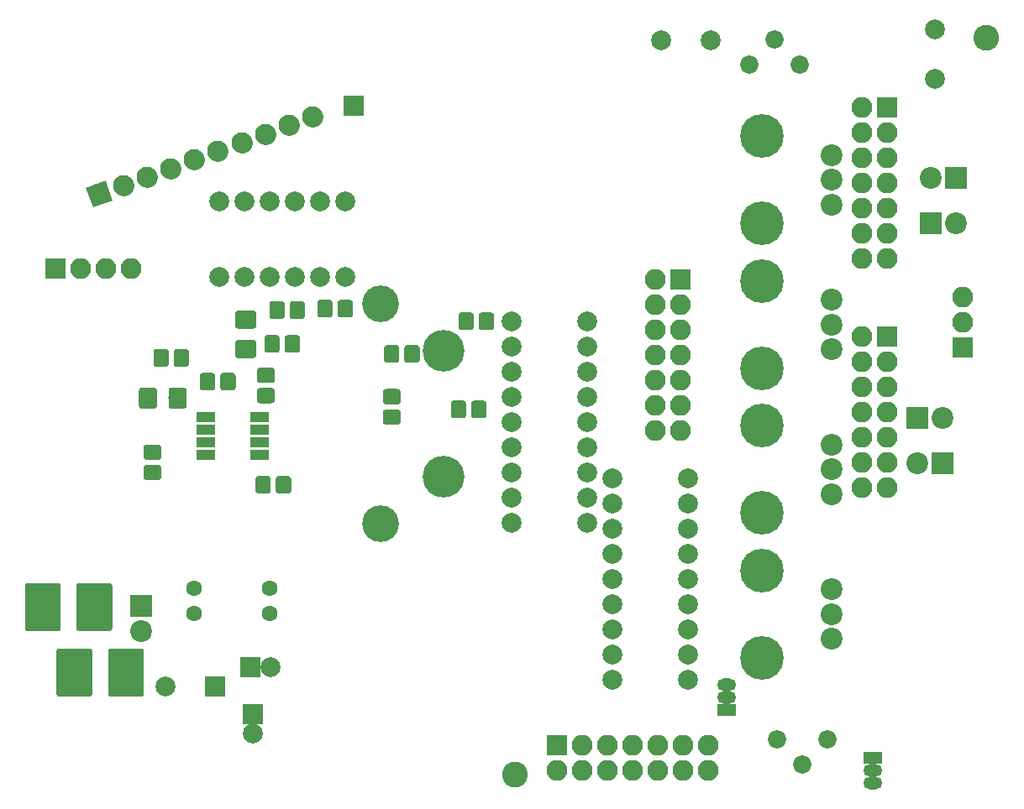
<source format=gbr>
G04 #@! TF.GenerationSoftware,KiCad,Pcbnew,(5.0.0)*
G04 #@! TF.CreationDate,2018-10-11T16:46:39-05:00*
G04 #@! TF.ProjectId,FinalDistCircuit,46696E616C4469737443697263756974,rev?*
G04 #@! TF.SameCoordinates,Original*
G04 #@! TF.FileFunction,Soldermask,Top*
G04 #@! TF.FilePolarity,Negative*
%FSLAX46Y46*%
G04 Gerber Fmt 4.6, Leading zero omitted, Abs format (unit mm)*
G04 Created by KiCad (PCBNEW (5.0.0)) date 10/11/18 16:46:39*
%MOMM*%
%LPD*%
G01*
G04 APERTURE LIST*
%ADD10C,2.600000*%
%ADD11O,2.100000X2.100000*%
%ADD12R,2.100000X2.100000*%
%ADD13C,4.400000*%
%ADD14C,2.200000*%
%ADD15R,2.000000X2.000000*%
%ADD16C,2.000000*%
%ADD17C,4.210000*%
%ADD18C,3.702000*%
%ADD19C,2.100000*%
%ADD20C,2.100000*%
%ADD21C,0.100000*%
%ADD22C,1.840000*%
%ADD23C,1.825000*%
%ADD24C,3.600000*%
%ADD25C,1.550000*%
%ADD26R,2.200000X2.200000*%
%ADD27O,1.900000X1.300000*%
%ADD28R,1.900000X1.300000*%
%ADD29C,1.600000*%
%ADD30R,1.950000X1.000000*%
G04 APERTURE END LIST*
D10*
G04 #@! TO.C,REF\002A\002A*
X204851000Y-101981000D03*
G04 #@! TD*
D11*
G04 #@! TO.C,NeckTonePot1*
X239776000Y-49911000D03*
X242316000Y-49911000D03*
X239776000Y-47371000D03*
X242316000Y-47371000D03*
X239776000Y-44831000D03*
X242316000Y-44831000D03*
X239776000Y-42291000D03*
X242316000Y-42291000D03*
X239776000Y-39751000D03*
X242316000Y-39751000D03*
X239776000Y-37211000D03*
X242316000Y-37211000D03*
X239776000Y-34671000D03*
D12*
X242316000Y-34671000D03*
G04 #@! TD*
D13*
G04 #@! TO.C,BASS*
X229728000Y-81412000D03*
X229728000Y-90212000D03*
D14*
X236728000Y-83312000D03*
X236728000Y-85812000D03*
X236728000Y-88312000D03*
G04 #@! TD*
D15*
G04 #@! TO.C,C10*
X174625000Y-93091000D03*
D16*
X169625000Y-93091000D03*
G04 #@! TD*
D17*
G04 #@! TO.C,9V1*
X197612000Y-71945500D03*
X197612001Y-59245499D03*
D18*
X191262001Y-54483000D03*
X191262000Y-76708000D03*
G04 #@! TD*
D11*
G04 #@! TO.C,Jack1*
X249936000Y-53848000D03*
X249936000Y-56388000D03*
D12*
X249936000Y-58928000D03*
G04 #@! TD*
D19*
G04 #@! TO.C,PickupInputs1*
X184422373Y-35615420D03*
D20*
X184422373Y-35615420D02*
X184422373Y-35615420D01*
D19*
X182035554Y-36484151D03*
D20*
X182035554Y-36484151D02*
X182035554Y-36484151D01*
D19*
X179648735Y-37352882D03*
D20*
X179648735Y-37352882D02*
X179648735Y-37352882D01*
D19*
X177261916Y-38221613D03*
D20*
X177261916Y-38221613D02*
X177261916Y-38221613D01*
D19*
X174875096Y-39090344D03*
D20*
X174875096Y-39090344D02*
X174875096Y-39090344D01*
D19*
X172488277Y-39959075D03*
D20*
X172488277Y-39959075D02*
X172488277Y-39959075D01*
D19*
X170101458Y-40827807D03*
D20*
X170101458Y-40827807D02*
X170101458Y-40827807D01*
D19*
X167714639Y-41696538D03*
D20*
X167714639Y-41696538D02*
X167714639Y-41696538D01*
D19*
X165327819Y-42565269D03*
D20*
X165327819Y-42565269D02*
X165327819Y-42565269D01*
D19*
X162941000Y-43434000D03*
D21*
G36*
X164286798Y-44061556D02*
X162313444Y-44779798D01*
X161595202Y-42806444D01*
X163568556Y-42088202D01*
X164286798Y-44061556D01*
X164286798Y-44061556D01*
G37*
G04 #@! TD*
D12*
G04 #@! TO.C,BridgeTonePot1*
X242316000Y-57785000D03*
D11*
X239776000Y-57785000D03*
X242316000Y-60325000D03*
X239776000Y-60325000D03*
X242316000Y-62865000D03*
X239776000Y-62865000D03*
X242316000Y-65405000D03*
X239776000Y-65405000D03*
X242316000Y-67945000D03*
X239776000Y-67945000D03*
X242316000Y-70485000D03*
X239776000Y-70485000D03*
X242316000Y-73025000D03*
X239776000Y-73025000D03*
G04 #@! TD*
D16*
G04 #@! TO.C,6pdt2*
X222250000Y-92456000D03*
X214630000Y-92456000D03*
X222250000Y-89916000D03*
X214630000Y-89916000D03*
X222250000Y-87376000D03*
X214630000Y-87376000D03*
X222250000Y-84836000D03*
X214630000Y-84836000D03*
X222250000Y-82296000D03*
X214630000Y-82296000D03*
X222250000Y-79756000D03*
X214630000Y-79756000D03*
X222250000Y-77216000D03*
X214630000Y-77216000D03*
X222250000Y-74676000D03*
X214630000Y-74676000D03*
X222250000Y-72136000D03*
X214630000Y-72136000D03*
G04 #@! TD*
D22*
G04 #@! TO.C,TRANGAIN1*
X236347000Y-98425000D03*
X233807000Y-100965000D03*
X231267000Y-98425000D03*
G04 #@! TD*
D11*
G04 #@! TO.C,3WaySwitch1*
X166116000Y-50927000D03*
X163576000Y-50927000D03*
X161036000Y-50927000D03*
D12*
X158496000Y-50927000D03*
G04 #@! TD*
D16*
G04 #@! TO.C,4pdt1*
X175006000Y-51752500D03*
X177546000Y-51752500D03*
X180086000Y-51752500D03*
X182626000Y-51752500D03*
X185166000Y-51752500D03*
X187706000Y-51752500D03*
X187706000Y-44132500D03*
X185166000Y-44132500D03*
X182626000Y-44132500D03*
X180086000Y-44132500D03*
X177546000Y-44132500D03*
X175006000Y-44132500D03*
G04 #@! TD*
G04 #@! TO.C,6pdt1*
X204470000Y-56261000D03*
X212090000Y-56261000D03*
X204470000Y-58801000D03*
X212090000Y-58801000D03*
X204470000Y-61341000D03*
X212090000Y-61341000D03*
X204470000Y-63881000D03*
X212090000Y-63881000D03*
X204470000Y-66421000D03*
X212090000Y-66421000D03*
X204470000Y-68961000D03*
X212090000Y-68961000D03*
X204470000Y-71501000D03*
X212090000Y-71501000D03*
X204470000Y-74041000D03*
X212090000Y-74041000D03*
X204470000Y-76581000D03*
X212090000Y-76581000D03*
G04 #@! TD*
D11*
G04 #@! TO.C,BridgeVolPot1*
X218948000Y-67310000D03*
X221488000Y-67310000D03*
X218948000Y-64770000D03*
X221488000Y-64770000D03*
X218948000Y-62230000D03*
X221488000Y-62230000D03*
X218948000Y-59690000D03*
X221488000Y-59690000D03*
X218948000Y-57150000D03*
X221488000Y-57150000D03*
X218948000Y-54610000D03*
X221488000Y-54610000D03*
X218948000Y-52070000D03*
D12*
X221488000Y-52070000D03*
G04 #@! TD*
D16*
G04 #@! TO.C,C2*
X247142000Y-26797000D03*
X247142000Y-31797000D03*
G04 #@! TD*
D21*
G04 #@! TO.C,C3*
G36*
X168463707Y-62934542D02*
X168494787Y-62939152D01*
X168525266Y-62946787D01*
X168554850Y-62957372D01*
X168583254Y-62970806D01*
X168610204Y-62986959D01*
X168635442Y-63005677D01*
X168658723Y-63026777D01*
X168679823Y-63050058D01*
X168698541Y-63075296D01*
X168714694Y-63102246D01*
X168728128Y-63130650D01*
X168738713Y-63160234D01*
X168746348Y-63190713D01*
X168750958Y-63221793D01*
X168752500Y-63253176D01*
X168752500Y-64762824D01*
X168750958Y-64794207D01*
X168746348Y-64825287D01*
X168738713Y-64855766D01*
X168728128Y-64885350D01*
X168714694Y-64913754D01*
X168698541Y-64940704D01*
X168679823Y-64965942D01*
X168658723Y-64989223D01*
X168635442Y-65010323D01*
X168610204Y-65029041D01*
X168583254Y-65045194D01*
X168554850Y-65058628D01*
X168525266Y-65069213D01*
X168494787Y-65076848D01*
X168463707Y-65081458D01*
X168432324Y-65083000D01*
X167247676Y-65083000D01*
X167216293Y-65081458D01*
X167185213Y-65076848D01*
X167154734Y-65069213D01*
X167125150Y-65058628D01*
X167096746Y-65045194D01*
X167069796Y-65029041D01*
X167044558Y-65010323D01*
X167021277Y-64989223D01*
X167000177Y-64965942D01*
X166981459Y-64940704D01*
X166965306Y-64913754D01*
X166951872Y-64885350D01*
X166941287Y-64855766D01*
X166933652Y-64825287D01*
X166929042Y-64794207D01*
X166927500Y-64762824D01*
X166927500Y-63253176D01*
X166929042Y-63221793D01*
X166933652Y-63190713D01*
X166941287Y-63160234D01*
X166951872Y-63130650D01*
X166965306Y-63102246D01*
X166981459Y-63075296D01*
X167000177Y-63050058D01*
X167021277Y-63026777D01*
X167044558Y-63005677D01*
X167069796Y-62986959D01*
X167096746Y-62970806D01*
X167125150Y-62957372D01*
X167154734Y-62946787D01*
X167185213Y-62939152D01*
X167216293Y-62934542D01*
X167247676Y-62933000D01*
X168432324Y-62933000D01*
X168463707Y-62934542D01*
X168463707Y-62934542D01*
G37*
D23*
X167840000Y-64008000D03*
D21*
G36*
X171438707Y-62934542D02*
X171469787Y-62939152D01*
X171500266Y-62946787D01*
X171529850Y-62957372D01*
X171558254Y-62970806D01*
X171585204Y-62986959D01*
X171610442Y-63005677D01*
X171633723Y-63026777D01*
X171654823Y-63050058D01*
X171673541Y-63075296D01*
X171689694Y-63102246D01*
X171703128Y-63130650D01*
X171713713Y-63160234D01*
X171721348Y-63190713D01*
X171725958Y-63221793D01*
X171727500Y-63253176D01*
X171727500Y-64762824D01*
X171725958Y-64794207D01*
X171721348Y-64825287D01*
X171713713Y-64855766D01*
X171703128Y-64885350D01*
X171689694Y-64913754D01*
X171673541Y-64940704D01*
X171654823Y-64965942D01*
X171633723Y-64989223D01*
X171610442Y-65010323D01*
X171585204Y-65029041D01*
X171558254Y-65045194D01*
X171529850Y-65058628D01*
X171500266Y-65069213D01*
X171469787Y-65076848D01*
X171438707Y-65081458D01*
X171407324Y-65083000D01*
X170222676Y-65083000D01*
X170191293Y-65081458D01*
X170160213Y-65076848D01*
X170129734Y-65069213D01*
X170100150Y-65058628D01*
X170071746Y-65045194D01*
X170044796Y-65029041D01*
X170019558Y-65010323D01*
X169996277Y-64989223D01*
X169975177Y-64965942D01*
X169956459Y-64940704D01*
X169940306Y-64913754D01*
X169926872Y-64885350D01*
X169916287Y-64855766D01*
X169908652Y-64825287D01*
X169904042Y-64794207D01*
X169902500Y-64762824D01*
X169902500Y-63253176D01*
X169904042Y-63221793D01*
X169908652Y-63190713D01*
X169916287Y-63160234D01*
X169926872Y-63130650D01*
X169940306Y-63102246D01*
X169956459Y-63075296D01*
X169975177Y-63050058D01*
X169996277Y-63026777D01*
X170019558Y-63005677D01*
X170044796Y-62986959D01*
X170071746Y-62970806D01*
X170100150Y-62957372D01*
X170129734Y-62946787D01*
X170160213Y-62939152D01*
X170191293Y-62934542D01*
X170222676Y-62933000D01*
X171407324Y-62933000D01*
X171438707Y-62934542D01*
X171438707Y-62934542D01*
G37*
D23*
X170815000Y-64008000D03*
G04 #@! TD*
D16*
G04 #@! TO.C,C6*
X224583000Y-27940000D03*
X219583000Y-27940000D03*
G04 #@! TD*
D15*
G04 #@! TO.C,C14*
X178435000Y-95885000D03*
D16*
X178435000Y-97885000D03*
G04 #@! TD*
D21*
G04 #@! TO.C,C17*
G36*
X178459207Y-58144042D02*
X178490287Y-58148652D01*
X178520766Y-58156287D01*
X178550350Y-58166872D01*
X178578754Y-58180306D01*
X178605704Y-58196459D01*
X178630942Y-58215177D01*
X178654223Y-58236277D01*
X178675323Y-58259558D01*
X178694041Y-58284796D01*
X178710194Y-58311746D01*
X178723628Y-58340150D01*
X178734213Y-58369734D01*
X178741848Y-58400213D01*
X178746458Y-58431293D01*
X178748000Y-58462676D01*
X178748000Y-59647324D01*
X178746458Y-59678707D01*
X178741848Y-59709787D01*
X178734213Y-59740266D01*
X178723628Y-59769850D01*
X178710194Y-59798254D01*
X178694041Y-59825204D01*
X178675323Y-59850442D01*
X178654223Y-59873723D01*
X178630942Y-59894823D01*
X178605704Y-59913541D01*
X178578754Y-59929694D01*
X178550350Y-59943128D01*
X178520766Y-59953713D01*
X178490287Y-59961348D01*
X178459207Y-59965958D01*
X178427824Y-59967500D01*
X176918176Y-59967500D01*
X176886793Y-59965958D01*
X176855713Y-59961348D01*
X176825234Y-59953713D01*
X176795650Y-59943128D01*
X176767246Y-59929694D01*
X176740296Y-59913541D01*
X176715058Y-59894823D01*
X176691777Y-59873723D01*
X176670677Y-59850442D01*
X176651959Y-59825204D01*
X176635806Y-59798254D01*
X176622372Y-59769850D01*
X176611787Y-59740266D01*
X176604152Y-59709787D01*
X176599542Y-59678707D01*
X176598000Y-59647324D01*
X176598000Y-58462676D01*
X176599542Y-58431293D01*
X176604152Y-58400213D01*
X176611787Y-58369734D01*
X176622372Y-58340150D01*
X176635806Y-58311746D01*
X176651959Y-58284796D01*
X176670677Y-58259558D01*
X176691777Y-58236277D01*
X176715058Y-58215177D01*
X176740296Y-58196459D01*
X176767246Y-58180306D01*
X176795650Y-58166872D01*
X176825234Y-58156287D01*
X176855713Y-58148652D01*
X176886793Y-58144042D01*
X176918176Y-58142500D01*
X178427824Y-58142500D01*
X178459207Y-58144042D01*
X178459207Y-58144042D01*
G37*
D23*
X177673000Y-59055000D03*
D21*
G36*
X178459207Y-55169042D02*
X178490287Y-55173652D01*
X178520766Y-55181287D01*
X178550350Y-55191872D01*
X178578754Y-55205306D01*
X178605704Y-55221459D01*
X178630942Y-55240177D01*
X178654223Y-55261277D01*
X178675323Y-55284558D01*
X178694041Y-55309796D01*
X178710194Y-55336746D01*
X178723628Y-55365150D01*
X178734213Y-55394734D01*
X178741848Y-55425213D01*
X178746458Y-55456293D01*
X178748000Y-55487676D01*
X178748000Y-56672324D01*
X178746458Y-56703707D01*
X178741848Y-56734787D01*
X178734213Y-56765266D01*
X178723628Y-56794850D01*
X178710194Y-56823254D01*
X178694041Y-56850204D01*
X178675323Y-56875442D01*
X178654223Y-56898723D01*
X178630942Y-56919823D01*
X178605704Y-56938541D01*
X178578754Y-56954694D01*
X178550350Y-56968128D01*
X178520766Y-56978713D01*
X178490287Y-56986348D01*
X178459207Y-56990958D01*
X178427824Y-56992500D01*
X176918176Y-56992500D01*
X176886793Y-56990958D01*
X176855713Y-56986348D01*
X176825234Y-56978713D01*
X176795650Y-56968128D01*
X176767246Y-56954694D01*
X176740296Y-56938541D01*
X176715058Y-56919823D01*
X176691777Y-56898723D01*
X176670677Y-56875442D01*
X176651959Y-56850204D01*
X176635806Y-56823254D01*
X176622372Y-56794850D01*
X176611787Y-56765266D01*
X176604152Y-56734787D01*
X176599542Y-56703707D01*
X176598000Y-56672324D01*
X176598000Y-55487676D01*
X176599542Y-55456293D01*
X176604152Y-55425213D01*
X176611787Y-55394734D01*
X176622372Y-55365150D01*
X176635806Y-55336746D01*
X176651959Y-55309796D01*
X176670677Y-55284558D01*
X176691777Y-55261277D01*
X176715058Y-55240177D01*
X176740296Y-55221459D01*
X176767246Y-55205306D01*
X176795650Y-55191872D01*
X176825234Y-55181287D01*
X176855713Y-55173652D01*
X176886793Y-55169042D01*
X176918176Y-55167500D01*
X178427824Y-55167500D01*
X178459207Y-55169042D01*
X178459207Y-55169042D01*
G37*
D23*
X177673000Y-56080000D03*
G04 #@! TD*
D21*
G04 #@! TO.C,C18*
G36*
X158772317Y-82666354D02*
X158799619Y-82670404D01*
X158826393Y-82677111D01*
X158852380Y-82686409D01*
X158877330Y-82698210D01*
X158901004Y-82712399D01*
X158923173Y-82728841D01*
X158943624Y-82747376D01*
X158962159Y-82767827D01*
X158978601Y-82789996D01*
X158992790Y-82813670D01*
X159004591Y-82838620D01*
X159013889Y-82864607D01*
X159020596Y-82891381D01*
X159024646Y-82918683D01*
X159026000Y-82946250D01*
X159026000Y-87233750D01*
X159024646Y-87261317D01*
X159020596Y-87288619D01*
X159013889Y-87315393D01*
X159004591Y-87341380D01*
X158992790Y-87366330D01*
X158978601Y-87390004D01*
X158962159Y-87412173D01*
X158943624Y-87432624D01*
X158923173Y-87451159D01*
X158901004Y-87467601D01*
X158877330Y-87481790D01*
X158852380Y-87493591D01*
X158826393Y-87502889D01*
X158799619Y-87509596D01*
X158772317Y-87513646D01*
X158744750Y-87515000D01*
X155707250Y-87515000D01*
X155679683Y-87513646D01*
X155652381Y-87509596D01*
X155625607Y-87502889D01*
X155599620Y-87493591D01*
X155574670Y-87481790D01*
X155550996Y-87467601D01*
X155528827Y-87451159D01*
X155508376Y-87432624D01*
X155489841Y-87412173D01*
X155473399Y-87390004D01*
X155459210Y-87366330D01*
X155447409Y-87341380D01*
X155438111Y-87315393D01*
X155431404Y-87288619D01*
X155427354Y-87261317D01*
X155426000Y-87233750D01*
X155426000Y-82946250D01*
X155427354Y-82918683D01*
X155431404Y-82891381D01*
X155438111Y-82864607D01*
X155447409Y-82838620D01*
X155459210Y-82813670D01*
X155473399Y-82789996D01*
X155489841Y-82767827D01*
X155508376Y-82747376D01*
X155528827Y-82728841D01*
X155550996Y-82712399D01*
X155574670Y-82698210D01*
X155599620Y-82686409D01*
X155625607Y-82677111D01*
X155652381Y-82670404D01*
X155679683Y-82666354D01*
X155707250Y-82665000D01*
X158744750Y-82665000D01*
X158772317Y-82666354D01*
X158772317Y-82666354D01*
G37*
D24*
X157226000Y-85090000D03*
D21*
G36*
X163972317Y-82666354D02*
X163999619Y-82670404D01*
X164026393Y-82677111D01*
X164052380Y-82686409D01*
X164077330Y-82698210D01*
X164101004Y-82712399D01*
X164123173Y-82728841D01*
X164143624Y-82747376D01*
X164162159Y-82767827D01*
X164178601Y-82789996D01*
X164192790Y-82813670D01*
X164204591Y-82838620D01*
X164213889Y-82864607D01*
X164220596Y-82891381D01*
X164224646Y-82918683D01*
X164226000Y-82946250D01*
X164226000Y-87233750D01*
X164224646Y-87261317D01*
X164220596Y-87288619D01*
X164213889Y-87315393D01*
X164204591Y-87341380D01*
X164192790Y-87366330D01*
X164178601Y-87390004D01*
X164162159Y-87412173D01*
X164143624Y-87432624D01*
X164123173Y-87451159D01*
X164101004Y-87467601D01*
X164077330Y-87481790D01*
X164052380Y-87493591D01*
X164026393Y-87502889D01*
X163999619Y-87509596D01*
X163972317Y-87513646D01*
X163944750Y-87515000D01*
X160907250Y-87515000D01*
X160879683Y-87513646D01*
X160852381Y-87509596D01*
X160825607Y-87502889D01*
X160799620Y-87493591D01*
X160774670Y-87481790D01*
X160750996Y-87467601D01*
X160728827Y-87451159D01*
X160708376Y-87432624D01*
X160689841Y-87412173D01*
X160673399Y-87390004D01*
X160659210Y-87366330D01*
X160647409Y-87341380D01*
X160638111Y-87315393D01*
X160631404Y-87288619D01*
X160627354Y-87261317D01*
X160626000Y-87233750D01*
X160626000Y-82946250D01*
X160627354Y-82918683D01*
X160631404Y-82891381D01*
X160638111Y-82864607D01*
X160647409Y-82838620D01*
X160659210Y-82813670D01*
X160673399Y-82789996D01*
X160689841Y-82767827D01*
X160708376Y-82747376D01*
X160728827Y-82728841D01*
X160750996Y-82712399D01*
X160774670Y-82698210D01*
X160799620Y-82686409D01*
X160825607Y-82677111D01*
X160852381Y-82670404D01*
X160879683Y-82666354D01*
X160907250Y-82665000D01*
X163944750Y-82665000D01*
X163972317Y-82666354D01*
X163972317Y-82666354D01*
G37*
D24*
X162426000Y-85090000D03*
G04 #@! TD*
D16*
G04 #@! TO.C,C19*
X180181000Y-91186000D03*
D15*
X178181000Y-91186000D03*
G04 #@! TD*
D21*
G04 #@! TO.C,C21*
G36*
X186127071Y-54092623D02*
X186159781Y-54097475D01*
X186191857Y-54105509D01*
X186222991Y-54116649D01*
X186252884Y-54130787D01*
X186281247Y-54147787D01*
X186307807Y-54167485D01*
X186332308Y-54189692D01*
X186354515Y-54214193D01*
X186374213Y-54240753D01*
X186391213Y-54269116D01*
X186405351Y-54299009D01*
X186416491Y-54330143D01*
X186424525Y-54362219D01*
X186429377Y-54394929D01*
X186431000Y-54427956D01*
X186431000Y-55554044D01*
X186429377Y-55587071D01*
X186424525Y-55619781D01*
X186416491Y-55651857D01*
X186405351Y-55682991D01*
X186391213Y-55712884D01*
X186374213Y-55741247D01*
X186354515Y-55767807D01*
X186332308Y-55792308D01*
X186307807Y-55814515D01*
X186281247Y-55834213D01*
X186252884Y-55851213D01*
X186222991Y-55865351D01*
X186191857Y-55876491D01*
X186159781Y-55884525D01*
X186127071Y-55889377D01*
X186094044Y-55891000D01*
X185217956Y-55891000D01*
X185184929Y-55889377D01*
X185152219Y-55884525D01*
X185120143Y-55876491D01*
X185089009Y-55865351D01*
X185059116Y-55851213D01*
X185030753Y-55834213D01*
X185004193Y-55814515D01*
X184979692Y-55792308D01*
X184957485Y-55767807D01*
X184937787Y-55741247D01*
X184920787Y-55712884D01*
X184906649Y-55682991D01*
X184895509Y-55651857D01*
X184887475Y-55619781D01*
X184882623Y-55587071D01*
X184881000Y-55554044D01*
X184881000Y-54427956D01*
X184882623Y-54394929D01*
X184887475Y-54362219D01*
X184895509Y-54330143D01*
X184906649Y-54299009D01*
X184920787Y-54269116D01*
X184937787Y-54240753D01*
X184957485Y-54214193D01*
X184979692Y-54189692D01*
X185004193Y-54167485D01*
X185030753Y-54147787D01*
X185059116Y-54130787D01*
X185089009Y-54116649D01*
X185120143Y-54105509D01*
X185152219Y-54097475D01*
X185184929Y-54092623D01*
X185217956Y-54091000D01*
X186094044Y-54091000D01*
X186127071Y-54092623D01*
X186127071Y-54092623D01*
G37*
D25*
X185656000Y-54991000D03*
D21*
G36*
X188177071Y-54092623D02*
X188209781Y-54097475D01*
X188241857Y-54105509D01*
X188272991Y-54116649D01*
X188302884Y-54130787D01*
X188331247Y-54147787D01*
X188357807Y-54167485D01*
X188382308Y-54189692D01*
X188404515Y-54214193D01*
X188424213Y-54240753D01*
X188441213Y-54269116D01*
X188455351Y-54299009D01*
X188466491Y-54330143D01*
X188474525Y-54362219D01*
X188479377Y-54394929D01*
X188481000Y-54427956D01*
X188481000Y-55554044D01*
X188479377Y-55587071D01*
X188474525Y-55619781D01*
X188466491Y-55651857D01*
X188455351Y-55682991D01*
X188441213Y-55712884D01*
X188424213Y-55741247D01*
X188404515Y-55767807D01*
X188382308Y-55792308D01*
X188357807Y-55814515D01*
X188331247Y-55834213D01*
X188302884Y-55851213D01*
X188272991Y-55865351D01*
X188241857Y-55876491D01*
X188209781Y-55884525D01*
X188177071Y-55889377D01*
X188144044Y-55891000D01*
X187267956Y-55891000D01*
X187234929Y-55889377D01*
X187202219Y-55884525D01*
X187170143Y-55876491D01*
X187139009Y-55865351D01*
X187109116Y-55851213D01*
X187080753Y-55834213D01*
X187054193Y-55814515D01*
X187029692Y-55792308D01*
X187007485Y-55767807D01*
X186987787Y-55741247D01*
X186970787Y-55712884D01*
X186956649Y-55682991D01*
X186945509Y-55651857D01*
X186937475Y-55619781D01*
X186932623Y-55587071D01*
X186931000Y-55554044D01*
X186931000Y-54427956D01*
X186932623Y-54394929D01*
X186937475Y-54362219D01*
X186945509Y-54330143D01*
X186956649Y-54299009D01*
X186970787Y-54269116D01*
X186987787Y-54240753D01*
X187007485Y-54214193D01*
X187029692Y-54189692D01*
X187054193Y-54167485D01*
X187080753Y-54147787D01*
X187109116Y-54130787D01*
X187139009Y-54116649D01*
X187170143Y-54105509D01*
X187202219Y-54097475D01*
X187234929Y-54092623D01*
X187267956Y-54091000D01*
X188144044Y-54091000D01*
X188177071Y-54092623D01*
X188177071Y-54092623D01*
G37*
D25*
X187706000Y-54991000D03*
G04 #@! TD*
D21*
G04 #@! TO.C,C23*
G36*
X167154317Y-89270354D02*
X167181619Y-89274404D01*
X167208393Y-89281111D01*
X167234380Y-89290409D01*
X167259330Y-89302210D01*
X167283004Y-89316399D01*
X167305173Y-89332841D01*
X167325624Y-89351376D01*
X167344159Y-89371827D01*
X167360601Y-89393996D01*
X167374790Y-89417670D01*
X167386591Y-89442620D01*
X167395889Y-89468607D01*
X167402596Y-89495381D01*
X167406646Y-89522683D01*
X167408000Y-89550250D01*
X167408000Y-93837750D01*
X167406646Y-93865317D01*
X167402596Y-93892619D01*
X167395889Y-93919393D01*
X167386591Y-93945380D01*
X167374790Y-93970330D01*
X167360601Y-93994004D01*
X167344159Y-94016173D01*
X167325624Y-94036624D01*
X167305173Y-94055159D01*
X167283004Y-94071601D01*
X167259330Y-94085790D01*
X167234380Y-94097591D01*
X167208393Y-94106889D01*
X167181619Y-94113596D01*
X167154317Y-94117646D01*
X167126750Y-94119000D01*
X164089250Y-94119000D01*
X164061683Y-94117646D01*
X164034381Y-94113596D01*
X164007607Y-94106889D01*
X163981620Y-94097591D01*
X163956670Y-94085790D01*
X163932996Y-94071601D01*
X163910827Y-94055159D01*
X163890376Y-94036624D01*
X163871841Y-94016173D01*
X163855399Y-93994004D01*
X163841210Y-93970330D01*
X163829409Y-93945380D01*
X163820111Y-93919393D01*
X163813404Y-93892619D01*
X163809354Y-93865317D01*
X163808000Y-93837750D01*
X163808000Y-89550250D01*
X163809354Y-89522683D01*
X163813404Y-89495381D01*
X163820111Y-89468607D01*
X163829409Y-89442620D01*
X163841210Y-89417670D01*
X163855399Y-89393996D01*
X163871841Y-89371827D01*
X163890376Y-89351376D01*
X163910827Y-89332841D01*
X163932996Y-89316399D01*
X163956670Y-89302210D01*
X163981620Y-89290409D01*
X164007607Y-89281111D01*
X164034381Y-89274404D01*
X164061683Y-89270354D01*
X164089250Y-89269000D01*
X167126750Y-89269000D01*
X167154317Y-89270354D01*
X167154317Y-89270354D01*
G37*
D24*
X165608000Y-91694000D03*
D21*
G36*
X161954317Y-89270354D02*
X161981619Y-89274404D01*
X162008393Y-89281111D01*
X162034380Y-89290409D01*
X162059330Y-89302210D01*
X162083004Y-89316399D01*
X162105173Y-89332841D01*
X162125624Y-89351376D01*
X162144159Y-89371827D01*
X162160601Y-89393996D01*
X162174790Y-89417670D01*
X162186591Y-89442620D01*
X162195889Y-89468607D01*
X162202596Y-89495381D01*
X162206646Y-89522683D01*
X162208000Y-89550250D01*
X162208000Y-93837750D01*
X162206646Y-93865317D01*
X162202596Y-93892619D01*
X162195889Y-93919393D01*
X162186591Y-93945380D01*
X162174790Y-93970330D01*
X162160601Y-93994004D01*
X162144159Y-94016173D01*
X162125624Y-94036624D01*
X162105173Y-94055159D01*
X162083004Y-94071601D01*
X162059330Y-94085790D01*
X162034380Y-94097591D01*
X162008393Y-94106889D01*
X161981619Y-94113596D01*
X161954317Y-94117646D01*
X161926750Y-94119000D01*
X158889250Y-94119000D01*
X158861683Y-94117646D01*
X158834381Y-94113596D01*
X158807607Y-94106889D01*
X158781620Y-94097591D01*
X158756670Y-94085790D01*
X158732996Y-94071601D01*
X158710827Y-94055159D01*
X158690376Y-94036624D01*
X158671841Y-94016173D01*
X158655399Y-93994004D01*
X158641210Y-93970330D01*
X158629409Y-93945380D01*
X158620111Y-93919393D01*
X158613404Y-93892619D01*
X158609354Y-93865317D01*
X158608000Y-93837750D01*
X158608000Y-89550250D01*
X158609354Y-89522683D01*
X158613404Y-89495381D01*
X158620111Y-89468607D01*
X158629409Y-89442620D01*
X158641210Y-89417670D01*
X158655399Y-89393996D01*
X158671841Y-89371827D01*
X158690376Y-89351376D01*
X158710827Y-89332841D01*
X158732996Y-89316399D01*
X158756670Y-89302210D01*
X158781620Y-89290409D01*
X158807607Y-89281111D01*
X158834381Y-89274404D01*
X158861683Y-89270354D01*
X158889250Y-89269000D01*
X161926750Y-89269000D01*
X161954317Y-89270354D01*
X161954317Y-89270354D01*
G37*
D24*
X160408000Y-91694000D03*
G04 #@! TD*
D21*
G04 #@! TO.C,C26*
G36*
X201648071Y-64252623D02*
X201680781Y-64257475D01*
X201712857Y-64265509D01*
X201743991Y-64276649D01*
X201773884Y-64290787D01*
X201802247Y-64307787D01*
X201828807Y-64327485D01*
X201853308Y-64349692D01*
X201875515Y-64374193D01*
X201895213Y-64400753D01*
X201912213Y-64429116D01*
X201926351Y-64459009D01*
X201937491Y-64490143D01*
X201945525Y-64522219D01*
X201950377Y-64554929D01*
X201952000Y-64587956D01*
X201952000Y-65714044D01*
X201950377Y-65747071D01*
X201945525Y-65779781D01*
X201937491Y-65811857D01*
X201926351Y-65842991D01*
X201912213Y-65872884D01*
X201895213Y-65901247D01*
X201875515Y-65927807D01*
X201853308Y-65952308D01*
X201828807Y-65974515D01*
X201802247Y-65994213D01*
X201773884Y-66011213D01*
X201743991Y-66025351D01*
X201712857Y-66036491D01*
X201680781Y-66044525D01*
X201648071Y-66049377D01*
X201615044Y-66051000D01*
X200738956Y-66051000D01*
X200705929Y-66049377D01*
X200673219Y-66044525D01*
X200641143Y-66036491D01*
X200610009Y-66025351D01*
X200580116Y-66011213D01*
X200551753Y-65994213D01*
X200525193Y-65974515D01*
X200500692Y-65952308D01*
X200478485Y-65927807D01*
X200458787Y-65901247D01*
X200441787Y-65872884D01*
X200427649Y-65842991D01*
X200416509Y-65811857D01*
X200408475Y-65779781D01*
X200403623Y-65747071D01*
X200402000Y-65714044D01*
X200402000Y-64587956D01*
X200403623Y-64554929D01*
X200408475Y-64522219D01*
X200416509Y-64490143D01*
X200427649Y-64459009D01*
X200441787Y-64429116D01*
X200458787Y-64400753D01*
X200478485Y-64374193D01*
X200500692Y-64349692D01*
X200525193Y-64327485D01*
X200551753Y-64307787D01*
X200580116Y-64290787D01*
X200610009Y-64276649D01*
X200641143Y-64265509D01*
X200673219Y-64257475D01*
X200705929Y-64252623D01*
X200738956Y-64251000D01*
X201615044Y-64251000D01*
X201648071Y-64252623D01*
X201648071Y-64252623D01*
G37*
D25*
X201177000Y-65151000D03*
D21*
G36*
X199598071Y-64252623D02*
X199630781Y-64257475D01*
X199662857Y-64265509D01*
X199693991Y-64276649D01*
X199723884Y-64290787D01*
X199752247Y-64307787D01*
X199778807Y-64327485D01*
X199803308Y-64349692D01*
X199825515Y-64374193D01*
X199845213Y-64400753D01*
X199862213Y-64429116D01*
X199876351Y-64459009D01*
X199887491Y-64490143D01*
X199895525Y-64522219D01*
X199900377Y-64554929D01*
X199902000Y-64587956D01*
X199902000Y-65714044D01*
X199900377Y-65747071D01*
X199895525Y-65779781D01*
X199887491Y-65811857D01*
X199876351Y-65842991D01*
X199862213Y-65872884D01*
X199845213Y-65901247D01*
X199825515Y-65927807D01*
X199803308Y-65952308D01*
X199778807Y-65974515D01*
X199752247Y-65994213D01*
X199723884Y-66011213D01*
X199693991Y-66025351D01*
X199662857Y-66036491D01*
X199630781Y-66044525D01*
X199598071Y-66049377D01*
X199565044Y-66051000D01*
X198688956Y-66051000D01*
X198655929Y-66049377D01*
X198623219Y-66044525D01*
X198591143Y-66036491D01*
X198560009Y-66025351D01*
X198530116Y-66011213D01*
X198501753Y-65994213D01*
X198475193Y-65974515D01*
X198450692Y-65952308D01*
X198428485Y-65927807D01*
X198408787Y-65901247D01*
X198391787Y-65872884D01*
X198377649Y-65842991D01*
X198366509Y-65811857D01*
X198358475Y-65779781D01*
X198353623Y-65747071D01*
X198352000Y-65714044D01*
X198352000Y-64587956D01*
X198353623Y-64554929D01*
X198358475Y-64522219D01*
X198366509Y-64490143D01*
X198377649Y-64459009D01*
X198391787Y-64429116D01*
X198408787Y-64400753D01*
X198428485Y-64374193D01*
X198450692Y-64349692D01*
X198475193Y-64327485D01*
X198501753Y-64307787D01*
X198530116Y-64290787D01*
X198560009Y-64276649D01*
X198591143Y-64265509D01*
X198623219Y-64257475D01*
X198655929Y-64252623D01*
X198688956Y-64251000D01*
X199565044Y-64251000D01*
X199598071Y-64252623D01*
X199598071Y-64252623D01*
G37*
D25*
X199127000Y-65151000D03*
G04 #@! TD*
D26*
G04 #@! TO.C,D1*
X246761000Y-46355000D03*
D14*
X249301000Y-46355000D03*
G04 #@! TD*
G04 #@! TO.C,D2*
X246761000Y-41783000D03*
D26*
X249301000Y-41783000D03*
G04 #@! TD*
G04 #@! TO.C,D3*
X167132000Y-84963000D03*
D14*
X167132000Y-87503000D03*
G04 #@! TD*
D26*
G04 #@! TO.C,D4*
X245364000Y-66040000D03*
D14*
X247904000Y-66040000D03*
G04 #@! TD*
G04 #@! TO.C,D5*
X245364000Y-70612000D03*
D26*
X247904000Y-70612000D03*
G04 #@! TD*
D12*
G04 #@! TO.C,GROUNDBRIDGE1*
X188595000Y-34544000D03*
G04 #@! TD*
G04 #@! TO.C,NeckVolumePot1*
X209042000Y-99060000D03*
D11*
X209042000Y-101600000D03*
X211582000Y-99060000D03*
X211582000Y-101600000D03*
X214122000Y-99060000D03*
X214122000Y-101600000D03*
X216662000Y-99060000D03*
X216662000Y-101600000D03*
X219202000Y-99060000D03*
X219202000Y-101600000D03*
X221742000Y-99060000D03*
X221742000Y-101600000D03*
X224282000Y-99060000D03*
X224282000Y-101600000D03*
G04 #@! TD*
D27*
G04 #@! TO.C,Q1*
X240919000Y-101600000D03*
X240919000Y-102870000D03*
D28*
X240919000Y-100330000D03*
G04 #@! TD*
D27*
G04 #@! TO.C,Q2*
X226187000Y-94234000D03*
X226187000Y-92964000D03*
D28*
X226187000Y-95504000D03*
G04 #@! TD*
D21*
G04 #@! TO.C,R4*
G36*
X202401071Y-55362623D02*
X202433781Y-55367475D01*
X202465857Y-55375509D01*
X202496991Y-55386649D01*
X202526884Y-55400787D01*
X202555247Y-55417787D01*
X202581807Y-55437485D01*
X202606308Y-55459692D01*
X202628515Y-55484193D01*
X202648213Y-55510753D01*
X202665213Y-55539116D01*
X202679351Y-55569009D01*
X202690491Y-55600143D01*
X202698525Y-55632219D01*
X202703377Y-55664929D01*
X202705000Y-55697956D01*
X202705000Y-56824044D01*
X202703377Y-56857071D01*
X202698525Y-56889781D01*
X202690491Y-56921857D01*
X202679351Y-56952991D01*
X202665213Y-56982884D01*
X202648213Y-57011247D01*
X202628515Y-57037807D01*
X202606308Y-57062308D01*
X202581807Y-57084515D01*
X202555247Y-57104213D01*
X202526884Y-57121213D01*
X202496991Y-57135351D01*
X202465857Y-57146491D01*
X202433781Y-57154525D01*
X202401071Y-57159377D01*
X202368044Y-57161000D01*
X201491956Y-57161000D01*
X201458929Y-57159377D01*
X201426219Y-57154525D01*
X201394143Y-57146491D01*
X201363009Y-57135351D01*
X201333116Y-57121213D01*
X201304753Y-57104213D01*
X201278193Y-57084515D01*
X201253692Y-57062308D01*
X201231485Y-57037807D01*
X201211787Y-57011247D01*
X201194787Y-56982884D01*
X201180649Y-56952991D01*
X201169509Y-56921857D01*
X201161475Y-56889781D01*
X201156623Y-56857071D01*
X201155000Y-56824044D01*
X201155000Y-55697956D01*
X201156623Y-55664929D01*
X201161475Y-55632219D01*
X201169509Y-55600143D01*
X201180649Y-55569009D01*
X201194787Y-55539116D01*
X201211787Y-55510753D01*
X201231485Y-55484193D01*
X201253692Y-55459692D01*
X201278193Y-55437485D01*
X201304753Y-55417787D01*
X201333116Y-55400787D01*
X201363009Y-55386649D01*
X201394143Y-55375509D01*
X201426219Y-55367475D01*
X201458929Y-55362623D01*
X201491956Y-55361000D01*
X202368044Y-55361000D01*
X202401071Y-55362623D01*
X202401071Y-55362623D01*
G37*
D25*
X201930000Y-56261000D03*
D21*
G36*
X200351071Y-55362623D02*
X200383781Y-55367475D01*
X200415857Y-55375509D01*
X200446991Y-55386649D01*
X200476884Y-55400787D01*
X200505247Y-55417787D01*
X200531807Y-55437485D01*
X200556308Y-55459692D01*
X200578515Y-55484193D01*
X200598213Y-55510753D01*
X200615213Y-55539116D01*
X200629351Y-55569009D01*
X200640491Y-55600143D01*
X200648525Y-55632219D01*
X200653377Y-55664929D01*
X200655000Y-55697956D01*
X200655000Y-56824044D01*
X200653377Y-56857071D01*
X200648525Y-56889781D01*
X200640491Y-56921857D01*
X200629351Y-56952991D01*
X200615213Y-56982884D01*
X200598213Y-57011247D01*
X200578515Y-57037807D01*
X200556308Y-57062308D01*
X200531807Y-57084515D01*
X200505247Y-57104213D01*
X200476884Y-57121213D01*
X200446991Y-57135351D01*
X200415857Y-57146491D01*
X200383781Y-57154525D01*
X200351071Y-57159377D01*
X200318044Y-57161000D01*
X199441956Y-57161000D01*
X199408929Y-57159377D01*
X199376219Y-57154525D01*
X199344143Y-57146491D01*
X199313009Y-57135351D01*
X199283116Y-57121213D01*
X199254753Y-57104213D01*
X199228193Y-57084515D01*
X199203692Y-57062308D01*
X199181485Y-57037807D01*
X199161787Y-57011247D01*
X199144787Y-56982884D01*
X199130649Y-56952991D01*
X199119509Y-56921857D01*
X199111475Y-56889781D01*
X199106623Y-56857071D01*
X199105000Y-56824044D01*
X199105000Y-55697956D01*
X199106623Y-55664929D01*
X199111475Y-55632219D01*
X199119509Y-55600143D01*
X199130649Y-55569009D01*
X199144787Y-55539116D01*
X199161787Y-55510753D01*
X199181485Y-55484193D01*
X199203692Y-55459692D01*
X199228193Y-55437485D01*
X199254753Y-55417787D01*
X199283116Y-55400787D01*
X199313009Y-55386649D01*
X199344143Y-55375509D01*
X199376219Y-55367475D01*
X199408929Y-55362623D01*
X199441956Y-55361000D01*
X200318044Y-55361000D01*
X200351071Y-55362623D01*
X200351071Y-55362623D01*
G37*
D25*
X199880000Y-56261000D03*
G04 #@! TD*
D21*
G04 #@! TO.C,R5*
G36*
X179913071Y-71863623D02*
X179945781Y-71868475D01*
X179977857Y-71876509D01*
X180008991Y-71887649D01*
X180038884Y-71901787D01*
X180067247Y-71918787D01*
X180093807Y-71938485D01*
X180118308Y-71960692D01*
X180140515Y-71985193D01*
X180160213Y-72011753D01*
X180177213Y-72040116D01*
X180191351Y-72070009D01*
X180202491Y-72101143D01*
X180210525Y-72133219D01*
X180215377Y-72165929D01*
X180217000Y-72198956D01*
X180217000Y-73325044D01*
X180215377Y-73358071D01*
X180210525Y-73390781D01*
X180202491Y-73422857D01*
X180191351Y-73453991D01*
X180177213Y-73483884D01*
X180160213Y-73512247D01*
X180140515Y-73538807D01*
X180118308Y-73563308D01*
X180093807Y-73585515D01*
X180067247Y-73605213D01*
X180038884Y-73622213D01*
X180008991Y-73636351D01*
X179977857Y-73647491D01*
X179945781Y-73655525D01*
X179913071Y-73660377D01*
X179880044Y-73662000D01*
X179003956Y-73662000D01*
X178970929Y-73660377D01*
X178938219Y-73655525D01*
X178906143Y-73647491D01*
X178875009Y-73636351D01*
X178845116Y-73622213D01*
X178816753Y-73605213D01*
X178790193Y-73585515D01*
X178765692Y-73563308D01*
X178743485Y-73538807D01*
X178723787Y-73512247D01*
X178706787Y-73483884D01*
X178692649Y-73453991D01*
X178681509Y-73422857D01*
X178673475Y-73390781D01*
X178668623Y-73358071D01*
X178667000Y-73325044D01*
X178667000Y-72198956D01*
X178668623Y-72165929D01*
X178673475Y-72133219D01*
X178681509Y-72101143D01*
X178692649Y-72070009D01*
X178706787Y-72040116D01*
X178723787Y-72011753D01*
X178743485Y-71985193D01*
X178765692Y-71960692D01*
X178790193Y-71938485D01*
X178816753Y-71918787D01*
X178845116Y-71901787D01*
X178875009Y-71887649D01*
X178906143Y-71876509D01*
X178938219Y-71868475D01*
X178970929Y-71863623D01*
X179003956Y-71862000D01*
X179880044Y-71862000D01*
X179913071Y-71863623D01*
X179913071Y-71863623D01*
G37*
D25*
X179442000Y-72762000D03*
D21*
G36*
X181963071Y-71863623D02*
X181995781Y-71868475D01*
X182027857Y-71876509D01*
X182058991Y-71887649D01*
X182088884Y-71901787D01*
X182117247Y-71918787D01*
X182143807Y-71938485D01*
X182168308Y-71960692D01*
X182190515Y-71985193D01*
X182210213Y-72011753D01*
X182227213Y-72040116D01*
X182241351Y-72070009D01*
X182252491Y-72101143D01*
X182260525Y-72133219D01*
X182265377Y-72165929D01*
X182267000Y-72198956D01*
X182267000Y-73325044D01*
X182265377Y-73358071D01*
X182260525Y-73390781D01*
X182252491Y-73422857D01*
X182241351Y-73453991D01*
X182227213Y-73483884D01*
X182210213Y-73512247D01*
X182190515Y-73538807D01*
X182168308Y-73563308D01*
X182143807Y-73585515D01*
X182117247Y-73605213D01*
X182088884Y-73622213D01*
X182058991Y-73636351D01*
X182027857Y-73647491D01*
X181995781Y-73655525D01*
X181963071Y-73660377D01*
X181930044Y-73662000D01*
X181053956Y-73662000D01*
X181020929Y-73660377D01*
X180988219Y-73655525D01*
X180956143Y-73647491D01*
X180925009Y-73636351D01*
X180895116Y-73622213D01*
X180866753Y-73605213D01*
X180840193Y-73585515D01*
X180815692Y-73563308D01*
X180793485Y-73538807D01*
X180773787Y-73512247D01*
X180756787Y-73483884D01*
X180742649Y-73453991D01*
X180731509Y-73422857D01*
X180723475Y-73390781D01*
X180718623Y-73358071D01*
X180717000Y-73325044D01*
X180717000Y-72198956D01*
X180718623Y-72165929D01*
X180723475Y-72133219D01*
X180731509Y-72101143D01*
X180742649Y-72070009D01*
X180756787Y-72040116D01*
X180773787Y-72011753D01*
X180793485Y-71985193D01*
X180815692Y-71960692D01*
X180840193Y-71938485D01*
X180866753Y-71918787D01*
X180895116Y-71901787D01*
X180925009Y-71887649D01*
X180956143Y-71876509D01*
X180988219Y-71868475D01*
X181020929Y-71863623D01*
X181053956Y-71862000D01*
X181930044Y-71862000D01*
X181963071Y-71863623D01*
X181963071Y-71863623D01*
G37*
D25*
X181492000Y-72762000D03*
G04 #@! TD*
D21*
G04 #@! TO.C,R7*
G36*
X169617071Y-59045623D02*
X169649781Y-59050475D01*
X169681857Y-59058509D01*
X169712991Y-59069649D01*
X169742884Y-59083787D01*
X169771247Y-59100787D01*
X169797807Y-59120485D01*
X169822308Y-59142692D01*
X169844515Y-59167193D01*
X169864213Y-59193753D01*
X169881213Y-59222116D01*
X169895351Y-59252009D01*
X169906491Y-59283143D01*
X169914525Y-59315219D01*
X169919377Y-59347929D01*
X169921000Y-59380956D01*
X169921000Y-60507044D01*
X169919377Y-60540071D01*
X169914525Y-60572781D01*
X169906491Y-60604857D01*
X169895351Y-60635991D01*
X169881213Y-60665884D01*
X169864213Y-60694247D01*
X169844515Y-60720807D01*
X169822308Y-60745308D01*
X169797807Y-60767515D01*
X169771247Y-60787213D01*
X169742884Y-60804213D01*
X169712991Y-60818351D01*
X169681857Y-60829491D01*
X169649781Y-60837525D01*
X169617071Y-60842377D01*
X169584044Y-60844000D01*
X168707956Y-60844000D01*
X168674929Y-60842377D01*
X168642219Y-60837525D01*
X168610143Y-60829491D01*
X168579009Y-60818351D01*
X168549116Y-60804213D01*
X168520753Y-60787213D01*
X168494193Y-60767515D01*
X168469692Y-60745308D01*
X168447485Y-60720807D01*
X168427787Y-60694247D01*
X168410787Y-60665884D01*
X168396649Y-60635991D01*
X168385509Y-60604857D01*
X168377475Y-60572781D01*
X168372623Y-60540071D01*
X168371000Y-60507044D01*
X168371000Y-59380956D01*
X168372623Y-59347929D01*
X168377475Y-59315219D01*
X168385509Y-59283143D01*
X168396649Y-59252009D01*
X168410787Y-59222116D01*
X168427787Y-59193753D01*
X168447485Y-59167193D01*
X168469692Y-59142692D01*
X168494193Y-59120485D01*
X168520753Y-59100787D01*
X168549116Y-59083787D01*
X168579009Y-59069649D01*
X168610143Y-59058509D01*
X168642219Y-59050475D01*
X168674929Y-59045623D01*
X168707956Y-59044000D01*
X169584044Y-59044000D01*
X169617071Y-59045623D01*
X169617071Y-59045623D01*
G37*
D25*
X169146000Y-59944000D03*
D21*
G36*
X171667071Y-59045623D02*
X171699781Y-59050475D01*
X171731857Y-59058509D01*
X171762991Y-59069649D01*
X171792884Y-59083787D01*
X171821247Y-59100787D01*
X171847807Y-59120485D01*
X171872308Y-59142692D01*
X171894515Y-59167193D01*
X171914213Y-59193753D01*
X171931213Y-59222116D01*
X171945351Y-59252009D01*
X171956491Y-59283143D01*
X171964525Y-59315219D01*
X171969377Y-59347929D01*
X171971000Y-59380956D01*
X171971000Y-60507044D01*
X171969377Y-60540071D01*
X171964525Y-60572781D01*
X171956491Y-60604857D01*
X171945351Y-60635991D01*
X171931213Y-60665884D01*
X171914213Y-60694247D01*
X171894515Y-60720807D01*
X171872308Y-60745308D01*
X171847807Y-60767515D01*
X171821247Y-60787213D01*
X171792884Y-60804213D01*
X171762991Y-60818351D01*
X171731857Y-60829491D01*
X171699781Y-60837525D01*
X171667071Y-60842377D01*
X171634044Y-60844000D01*
X170757956Y-60844000D01*
X170724929Y-60842377D01*
X170692219Y-60837525D01*
X170660143Y-60829491D01*
X170629009Y-60818351D01*
X170599116Y-60804213D01*
X170570753Y-60787213D01*
X170544193Y-60767515D01*
X170519692Y-60745308D01*
X170497485Y-60720807D01*
X170477787Y-60694247D01*
X170460787Y-60665884D01*
X170446649Y-60635991D01*
X170435509Y-60604857D01*
X170427475Y-60572781D01*
X170422623Y-60540071D01*
X170421000Y-60507044D01*
X170421000Y-59380956D01*
X170422623Y-59347929D01*
X170427475Y-59315219D01*
X170435509Y-59283143D01*
X170446649Y-59252009D01*
X170460787Y-59222116D01*
X170477787Y-59193753D01*
X170497485Y-59167193D01*
X170519692Y-59142692D01*
X170544193Y-59120485D01*
X170570753Y-59100787D01*
X170599116Y-59083787D01*
X170629009Y-59069649D01*
X170660143Y-59058509D01*
X170692219Y-59050475D01*
X170724929Y-59045623D01*
X170757956Y-59044000D01*
X171634044Y-59044000D01*
X171667071Y-59045623D01*
X171667071Y-59045623D01*
G37*
D25*
X171196000Y-59944000D03*
G04 #@! TD*
D21*
G04 #@! TO.C,R8*
G36*
X174316071Y-61458623D02*
X174348781Y-61463475D01*
X174380857Y-61471509D01*
X174411991Y-61482649D01*
X174441884Y-61496787D01*
X174470247Y-61513787D01*
X174496807Y-61533485D01*
X174521308Y-61555692D01*
X174543515Y-61580193D01*
X174563213Y-61606753D01*
X174580213Y-61635116D01*
X174594351Y-61665009D01*
X174605491Y-61696143D01*
X174613525Y-61728219D01*
X174618377Y-61760929D01*
X174620000Y-61793956D01*
X174620000Y-62920044D01*
X174618377Y-62953071D01*
X174613525Y-62985781D01*
X174605491Y-63017857D01*
X174594351Y-63048991D01*
X174580213Y-63078884D01*
X174563213Y-63107247D01*
X174543515Y-63133807D01*
X174521308Y-63158308D01*
X174496807Y-63180515D01*
X174470247Y-63200213D01*
X174441884Y-63217213D01*
X174411991Y-63231351D01*
X174380857Y-63242491D01*
X174348781Y-63250525D01*
X174316071Y-63255377D01*
X174283044Y-63257000D01*
X173406956Y-63257000D01*
X173373929Y-63255377D01*
X173341219Y-63250525D01*
X173309143Y-63242491D01*
X173278009Y-63231351D01*
X173248116Y-63217213D01*
X173219753Y-63200213D01*
X173193193Y-63180515D01*
X173168692Y-63158308D01*
X173146485Y-63133807D01*
X173126787Y-63107247D01*
X173109787Y-63078884D01*
X173095649Y-63048991D01*
X173084509Y-63017857D01*
X173076475Y-62985781D01*
X173071623Y-62953071D01*
X173070000Y-62920044D01*
X173070000Y-61793956D01*
X173071623Y-61760929D01*
X173076475Y-61728219D01*
X173084509Y-61696143D01*
X173095649Y-61665009D01*
X173109787Y-61635116D01*
X173126787Y-61606753D01*
X173146485Y-61580193D01*
X173168692Y-61555692D01*
X173193193Y-61533485D01*
X173219753Y-61513787D01*
X173248116Y-61496787D01*
X173278009Y-61482649D01*
X173309143Y-61471509D01*
X173341219Y-61463475D01*
X173373929Y-61458623D01*
X173406956Y-61457000D01*
X174283044Y-61457000D01*
X174316071Y-61458623D01*
X174316071Y-61458623D01*
G37*
D25*
X173845000Y-62357000D03*
D21*
G36*
X176366071Y-61458623D02*
X176398781Y-61463475D01*
X176430857Y-61471509D01*
X176461991Y-61482649D01*
X176491884Y-61496787D01*
X176520247Y-61513787D01*
X176546807Y-61533485D01*
X176571308Y-61555692D01*
X176593515Y-61580193D01*
X176613213Y-61606753D01*
X176630213Y-61635116D01*
X176644351Y-61665009D01*
X176655491Y-61696143D01*
X176663525Y-61728219D01*
X176668377Y-61760929D01*
X176670000Y-61793956D01*
X176670000Y-62920044D01*
X176668377Y-62953071D01*
X176663525Y-62985781D01*
X176655491Y-63017857D01*
X176644351Y-63048991D01*
X176630213Y-63078884D01*
X176613213Y-63107247D01*
X176593515Y-63133807D01*
X176571308Y-63158308D01*
X176546807Y-63180515D01*
X176520247Y-63200213D01*
X176491884Y-63217213D01*
X176461991Y-63231351D01*
X176430857Y-63242491D01*
X176398781Y-63250525D01*
X176366071Y-63255377D01*
X176333044Y-63257000D01*
X175456956Y-63257000D01*
X175423929Y-63255377D01*
X175391219Y-63250525D01*
X175359143Y-63242491D01*
X175328009Y-63231351D01*
X175298116Y-63217213D01*
X175269753Y-63200213D01*
X175243193Y-63180515D01*
X175218692Y-63158308D01*
X175196485Y-63133807D01*
X175176787Y-63107247D01*
X175159787Y-63078884D01*
X175145649Y-63048991D01*
X175134509Y-63017857D01*
X175126475Y-62985781D01*
X175121623Y-62953071D01*
X175120000Y-62920044D01*
X175120000Y-61793956D01*
X175121623Y-61760929D01*
X175126475Y-61728219D01*
X175134509Y-61696143D01*
X175145649Y-61665009D01*
X175159787Y-61635116D01*
X175176787Y-61606753D01*
X175196485Y-61580193D01*
X175218692Y-61555692D01*
X175243193Y-61533485D01*
X175269753Y-61513787D01*
X175298116Y-61496787D01*
X175328009Y-61482649D01*
X175359143Y-61471509D01*
X175391219Y-61463475D01*
X175423929Y-61458623D01*
X175456956Y-61457000D01*
X176333044Y-61457000D01*
X176366071Y-61458623D01*
X176366071Y-61458623D01*
G37*
D25*
X175895000Y-62357000D03*
G04 #@! TD*
D21*
G04 #@! TO.C,R9*
G36*
X180301071Y-60930623D02*
X180333781Y-60935475D01*
X180365857Y-60943509D01*
X180396991Y-60954649D01*
X180426884Y-60968787D01*
X180455247Y-60985787D01*
X180481807Y-61005485D01*
X180506308Y-61027692D01*
X180528515Y-61052193D01*
X180548213Y-61078753D01*
X180565213Y-61107116D01*
X180579351Y-61137009D01*
X180590491Y-61168143D01*
X180598525Y-61200219D01*
X180603377Y-61232929D01*
X180605000Y-61265956D01*
X180605000Y-62142044D01*
X180603377Y-62175071D01*
X180598525Y-62207781D01*
X180590491Y-62239857D01*
X180579351Y-62270991D01*
X180565213Y-62300884D01*
X180548213Y-62329247D01*
X180528515Y-62355807D01*
X180506308Y-62380308D01*
X180481807Y-62402515D01*
X180455247Y-62422213D01*
X180426884Y-62439213D01*
X180396991Y-62453351D01*
X180365857Y-62464491D01*
X180333781Y-62472525D01*
X180301071Y-62477377D01*
X180268044Y-62479000D01*
X179141956Y-62479000D01*
X179108929Y-62477377D01*
X179076219Y-62472525D01*
X179044143Y-62464491D01*
X179013009Y-62453351D01*
X178983116Y-62439213D01*
X178954753Y-62422213D01*
X178928193Y-62402515D01*
X178903692Y-62380308D01*
X178881485Y-62355807D01*
X178861787Y-62329247D01*
X178844787Y-62300884D01*
X178830649Y-62270991D01*
X178819509Y-62239857D01*
X178811475Y-62207781D01*
X178806623Y-62175071D01*
X178805000Y-62142044D01*
X178805000Y-61265956D01*
X178806623Y-61232929D01*
X178811475Y-61200219D01*
X178819509Y-61168143D01*
X178830649Y-61137009D01*
X178844787Y-61107116D01*
X178861787Y-61078753D01*
X178881485Y-61052193D01*
X178903692Y-61027692D01*
X178928193Y-61005485D01*
X178954753Y-60985787D01*
X178983116Y-60968787D01*
X179013009Y-60954649D01*
X179044143Y-60943509D01*
X179076219Y-60935475D01*
X179108929Y-60930623D01*
X179141956Y-60929000D01*
X180268044Y-60929000D01*
X180301071Y-60930623D01*
X180301071Y-60930623D01*
G37*
D25*
X179705000Y-61704000D03*
D21*
G36*
X180301071Y-62980623D02*
X180333781Y-62985475D01*
X180365857Y-62993509D01*
X180396991Y-63004649D01*
X180426884Y-63018787D01*
X180455247Y-63035787D01*
X180481807Y-63055485D01*
X180506308Y-63077692D01*
X180528515Y-63102193D01*
X180548213Y-63128753D01*
X180565213Y-63157116D01*
X180579351Y-63187009D01*
X180590491Y-63218143D01*
X180598525Y-63250219D01*
X180603377Y-63282929D01*
X180605000Y-63315956D01*
X180605000Y-64192044D01*
X180603377Y-64225071D01*
X180598525Y-64257781D01*
X180590491Y-64289857D01*
X180579351Y-64320991D01*
X180565213Y-64350884D01*
X180548213Y-64379247D01*
X180528515Y-64405807D01*
X180506308Y-64430308D01*
X180481807Y-64452515D01*
X180455247Y-64472213D01*
X180426884Y-64489213D01*
X180396991Y-64503351D01*
X180365857Y-64514491D01*
X180333781Y-64522525D01*
X180301071Y-64527377D01*
X180268044Y-64529000D01*
X179141956Y-64529000D01*
X179108929Y-64527377D01*
X179076219Y-64522525D01*
X179044143Y-64514491D01*
X179013009Y-64503351D01*
X178983116Y-64489213D01*
X178954753Y-64472213D01*
X178928193Y-64452515D01*
X178903692Y-64430308D01*
X178881485Y-64405807D01*
X178861787Y-64379247D01*
X178844787Y-64350884D01*
X178830649Y-64320991D01*
X178819509Y-64289857D01*
X178811475Y-64257781D01*
X178806623Y-64225071D01*
X178805000Y-64192044D01*
X178805000Y-63315956D01*
X178806623Y-63282929D01*
X178811475Y-63250219D01*
X178819509Y-63218143D01*
X178830649Y-63187009D01*
X178844787Y-63157116D01*
X178861787Y-63128753D01*
X178881485Y-63102193D01*
X178903692Y-63077692D01*
X178928193Y-63055485D01*
X178954753Y-63035787D01*
X178983116Y-63018787D01*
X179013009Y-63004649D01*
X179044143Y-62993509D01*
X179076219Y-62985475D01*
X179108929Y-62980623D01*
X179141956Y-62979000D01*
X180268044Y-62979000D01*
X180301071Y-62980623D01*
X180301071Y-62980623D01*
G37*
D25*
X179705000Y-63754000D03*
G04 #@! TD*
D21*
G04 #@! TO.C,R15*
G36*
X168871071Y-68686623D02*
X168903781Y-68691475D01*
X168935857Y-68699509D01*
X168966991Y-68710649D01*
X168996884Y-68724787D01*
X169025247Y-68741787D01*
X169051807Y-68761485D01*
X169076308Y-68783692D01*
X169098515Y-68808193D01*
X169118213Y-68834753D01*
X169135213Y-68863116D01*
X169149351Y-68893009D01*
X169160491Y-68924143D01*
X169168525Y-68956219D01*
X169173377Y-68988929D01*
X169175000Y-69021956D01*
X169175000Y-69898044D01*
X169173377Y-69931071D01*
X169168525Y-69963781D01*
X169160491Y-69995857D01*
X169149351Y-70026991D01*
X169135213Y-70056884D01*
X169118213Y-70085247D01*
X169098515Y-70111807D01*
X169076308Y-70136308D01*
X169051807Y-70158515D01*
X169025247Y-70178213D01*
X168996884Y-70195213D01*
X168966991Y-70209351D01*
X168935857Y-70220491D01*
X168903781Y-70228525D01*
X168871071Y-70233377D01*
X168838044Y-70235000D01*
X167711956Y-70235000D01*
X167678929Y-70233377D01*
X167646219Y-70228525D01*
X167614143Y-70220491D01*
X167583009Y-70209351D01*
X167553116Y-70195213D01*
X167524753Y-70178213D01*
X167498193Y-70158515D01*
X167473692Y-70136308D01*
X167451485Y-70111807D01*
X167431787Y-70085247D01*
X167414787Y-70056884D01*
X167400649Y-70026991D01*
X167389509Y-69995857D01*
X167381475Y-69963781D01*
X167376623Y-69931071D01*
X167375000Y-69898044D01*
X167375000Y-69021956D01*
X167376623Y-68988929D01*
X167381475Y-68956219D01*
X167389509Y-68924143D01*
X167400649Y-68893009D01*
X167414787Y-68863116D01*
X167431787Y-68834753D01*
X167451485Y-68808193D01*
X167473692Y-68783692D01*
X167498193Y-68761485D01*
X167524753Y-68741787D01*
X167553116Y-68724787D01*
X167583009Y-68710649D01*
X167614143Y-68699509D01*
X167646219Y-68691475D01*
X167678929Y-68686623D01*
X167711956Y-68685000D01*
X168838044Y-68685000D01*
X168871071Y-68686623D01*
X168871071Y-68686623D01*
G37*
D25*
X168275000Y-69460000D03*
D21*
G36*
X168871071Y-70736623D02*
X168903781Y-70741475D01*
X168935857Y-70749509D01*
X168966991Y-70760649D01*
X168996884Y-70774787D01*
X169025247Y-70791787D01*
X169051807Y-70811485D01*
X169076308Y-70833692D01*
X169098515Y-70858193D01*
X169118213Y-70884753D01*
X169135213Y-70913116D01*
X169149351Y-70943009D01*
X169160491Y-70974143D01*
X169168525Y-71006219D01*
X169173377Y-71038929D01*
X169175000Y-71071956D01*
X169175000Y-71948044D01*
X169173377Y-71981071D01*
X169168525Y-72013781D01*
X169160491Y-72045857D01*
X169149351Y-72076991D01*
X169135213Y-72106884D01*
X169118213Y-72135247D01*
X169098515Y-72161807D01*
X169076308Y-72186308D01*
X169051807Y-72208515D01*
X169025247Y-72228213D01*
X168996884Y-72245213D01*
X168966991Y-72259351D01*
X168935857Y-72270491D01*
X168903781Y-72278525D01*
X168871071Y-72283377D01*
X168838044Y-72285000D01*
X167711956Y-72285000D01*
X167678929Y-72283377D01*
X167646219Y-72278525D01*
X167614143Y-72270491D01*
X167583009Y-72259351D01*
X167553116Y-72245213D01*
X167524753Y-72228213D01*
X167498193Y-72208515D01*
X167473692Y-72186308D01*
X167451485Y-72161807D01*
X167431787Y-72135247D01*
X167414787Y-72106884D01*
X167400649Y-72076991D01*
X167389509Y-72045857D01*
X167381475Y-72013781D01*
X167376623Y-71981071D01*
X167375000Y-71948044D01*
X167375000Y-71071956D01*
X167376623Y-71038929D01*
X167381475Y-71006219D01*
X167389509Y-70974143D01*
X167400649Y-70943009D01*
X167414787Y-70913116D01*
X167431787Y-70884753D01*
X167451485Y-70858193D01*
X167473692Y-70833692D01*
X167498193Y-70811485D01*
X167524753Y-70791787D01*
X167553116Y-70774787D01*
X167583009Y-70760649D01*
X167614143Y-70749509D01*
X167646219Y-70741475D01*
X167678929Y-70736623D01*
X167711956Y-70735000D01*
X168838044Y-70735000D01*
X168871071Y-70736623D01*
X168871071Y-70736623D01*
G37*
D25*
X168275000Y-71510000D03*
G04 #@! TD*
D21*
G04 #@! TO.C,R26*
G36*
X193001071Y-65139623D02*
X193033781Y-65144475D01*
X193065857Y-65152509D01*
X193096991Y-65163649D01*
X193126884Y-65177787D01*
X193155247Y-65194787D01*
X193181807Y-65214485D01*
X193206308Y-65236692D01*
X193228515Y-65261193D01*
X193248213Y-65287753D01*
X193265213Y-65316116D01*
X193279351Y-65346009D01*
X193290491Y-65377143D01*
X193298525Y-65409219D01*
X193303377Y-65441929D01*
X193305000Y-65474956D01*
X193305000Y-66351044D01*
X193303377Y-66384071D01*
X193298525Y-66416781D01*
X193290491Y-66448857D01*
X193279351Y-66479991D01*
X193265213Y-66509884D01*
X193248213Y-66538247D01*
X193228515Y-66564807D01*
X193206308Y-66589308D01*
X193181807Y-66611515D01*
X193155247Y-66631213D01*
X193126884Y-66648213D01*
X193096991Y-66662351D01*
X193065857Y-66673491D01*
X193033781Y-66681525D01*
X193001071Y-66686377D01*
X192968044Y-66688000D01*
X191841956Y-66688000D01*
X191808929Y-66686377D01*
X191776219Y-66681525D01*
X191744143Y-66673491D01*
X191713009Y-66662351D01*
X191683116Y-66648213D01*
X191654753Y-66631213D01*
X191628193Y-66611515D01*
X191603692Y-66589308D01*
X191581485Y-66564807D01*
X191561787Y-66538247D01*
X191544787Y-66509884D01*
X191530649Y-66479991D01*
X191519509Y-66448857D01*
X191511475Y-66416781D01*
X191506623Y-66384071D01*
X191505000Y-66351044D01*
X191505000Y-65474956D01*
X191506623Y-65441929D01*
X191511475Y-65409219D01*
X191519509Y-65377143D01*
X191530649Y-65346009D01*
X191544787Y-65316116D01*
X191561787Y-65287753D01*
X191581485Y-65261193D01*
X191603692Y-65236692D01*
X191628193Y-65214485D01*
X191654753Y-65194787D01*
X191683116Y-65177787D01*
X191713009Y-65163649D01*
X191744143Y-65152509D01*
X191776219Y-65144475D01*
X191808929Y-65139623D01*
X191841956Y-65138000D01*
X192968044Y-65138000D01*
X193001071Y-65139623D01*
X193001071Y-65139623D01*
G37*
D25*
X192405000Y-65913000D03*
D21*
G36*
X193001071Y-63089623D02*
X193033781Y-63094475D01*
X193065857Y-63102509D01*
X193096991Y-63113649D01*
X193126884Y-63127787D01*
X193155247Y-63144787D01*
X193181807Y-63164485D01*
X193206308Y-63186692D01*
X193228515Y-63211193D01*
X193248213Y-63237753D01*
X193265213Y-63266116D01*
X193279351Y-63296009D01*
X193290491Y-63327143D01*
X193298525Y-63359219D01*
X193303377Y-63391929D01*
X193305000Y-63424956D01*
X193305000Y-64301044D01*
X193303377Y-64334071D01*
X193298525Y-64366781D01*
X193290491Y-64398857D01*
X193279351Y-64429991D01*
X193265213Y-64459884D01*
X193248213Y-64488247D01*
X193228515Y-64514807D01*
X193206308Y-64539308D01*
X193181807Y-64561515D01*
X193155247Y-64581213D01*
X193126884Y-64598213D01*
X193096991Y-64612351D01*
X193065857Y-64623491D01*
X193033781Y-64631525D01*
X193001071Y-64636377D01*
X192968044Y-64638000D01*
X191841956Y-64638000D01*
X191808929Y-64636377D01*
X191776219Y-64631525D01*
X191744143Y-64623491D01*
X191713009Y-64612351D01*
X191683116Y-64598213D01*
X191654753Y-64581213D01*
X191628193Y-64561515D01*
X191603692Y-64539308D01*
X191581485Y-64514807D01*
X191561787Y-64488247D01*
X191544787Y-64459884D01*
X191530649Y-64429991D01*
X191519509Y-64398857D01*
X191511475Y-64366781D01*
X191506623Y-64334071D01*
X191505000Y-64301044D01*
X191505000Y-63424956D01*
X191506623Y-63391929D01*
X191511475Y-63359219D01*
X191519509Y-63327143D01*
X191530649Y-63296009D01*
X191544787Y-63266116D01*
X191561787Y-63237753D01*
X191581485Y-63211193D01*
X191603692Y-63186692D01*
X191628193Y-63164485D01*
X191654753Y-63144787D01*
X191683116Y-63127787D01*
X191713009Y-63113649D01*
X191744143Y-63102509D01*
X191776219Y-63094475D01*
X191808929Y-63089623D01*
X191841956Y-63088000D01*
X192968044Y-63088000D01*
X193001071Y-63089623D01*
X193001071Y-63089623D01*
G37*
D25*
X192405000Y-63863000D03*
G04 #@! TD*
D21*
G04 #@! TO.C,R27*
G36*
X181301071Y-54219623D02*
X181333781Y-54224475D01*
X181365857Y-54232509D01*
X181396991Y-54243649D01*
X181426884Y-54257787D01*
X181455247Y-54274787D01*
X181481807Y-54294485D01*
X181506308Y-54316692D01*
X181528515Y-54341193D01*
X181548213Y-54367753D01*
X181565213Y-54396116D01*
X181579351Y-54426009D01*
X181590491Y-54457143D01*
X181598525Y-54489219D01*
X181603377Y-54521929D01*
X181605000Y-54554956D01*
X181605000Y-55681044D01*
X181603377Y-55714071D01*
X181598525Y-55746781D01*
X181590491Y-55778857D01*
X181579351Y-55809991D01*
X181565213Y-55839884D01*
X181548213Y-55868247D01*
X181528515Y-55894807D01*
X181506308Y-55919308D01*
X181481807Y-55941515D01*
X181455247Y-55961213D01*
X181426884Y-55978213D01*
X181396991Y-55992351D01*
X181365857Y-56003491D01*
X181333781Y-56011525D01*
X181301071Y-56016377D01*
X181268044Y-56018000D01*
X180391956Y-56018000D01*
X180358929Y-56016377D01*
X180326219Y-56011525D01*
X180294143Y-56003491D01*
X180263009Y-55992351D01*
X180233116Y-55978213D01*
X180204753Y-55961213D01*
X180178193Y-55941515D01*
X180153692Y-55919308D01*
X180131485Y-55894807D01*
X180111787Y-55868247D01*
X180094787Y-55839884D01*
X180080649Y-55809991D01*
X180069509Y-55778857D01*
X180061475Y-55746781D01*
X180056623Y-55714071D01*
X180055000Y-55681044D01*
X180055000Y-54554956D01*
X180056623Y-54521929D01*
X180061475Y-54489219D01*
X180069509Y-54457143D01*
X180080649Y-54426009D01*
X180094787Y-54396116D01*
X180111787Y-54367753D01*
X180131485Y-54341193D01*
X180153692Y-54316692D01*
X180178193Y-54294485D01*
X180204753Y-54274787D01*
X180233116Y-54257787D01*
X180263009Y-54243649D01*
X180294143Y-54232509D01*
X180326219Y-54224475D01*
X180358929Y-54219623D01*
X180391956Y-54218000D01*
X181268044Y-54218000D01*
X181301071Y-54219623D01*
X181301071Y-54219623D01*
G37*
D25*
X180830000Y-55118000D03*
D21*
G36*
X183351071Y-54219623D02*
X183383781Y-54224475D01*
X183415857Y-54232509D01*
X183446991Y-54243649D01*
X183476884Y-54257787D01*
X183505247Y-54274787D01*
X183531807Y-54294485D01*
X183556308Y-54316692D01*
X183578515Y-54341193D01*
X183598213Y-54367753D01*
X183615213Y-54396116D01*
X183629351Y-54426009D01*
X183640491Y-54457143D01*
X183648525Y-54489219D01*
X183653377Y-54521929D01*
X183655000Y-54554956D01*
X183655000Y-55681044D01*
X183653377Y-55714071D01*
X183648525Y-55746781D01*
X183640491Y-55778857D01*
X183629351Y-55809991D01*
X183615213Y-55839884D01*
X183598213Y-55868247D01*
X183578515Y-55894807D01*
X183556308Y-55919308D01*
X183531807Y-55941515D01*
X183505247Y-55961213D01*
X183476884Y-55978213D01*
X183446991Y-55992351D01*
X183415857Y-56003491D01*
X183383781Y-56011525D01*
X183351071Y-56016377D01*
X183318044Y-56018000D01*
X182441956Y-56018000D01*
X182408929Y-56016377D01*
X182376219Y-56011525D01*
X182344143Y-56003491D01*
X182313009Y-55992351D01*
X182283116Y-55978213D01*
X182254753Y-55961213D01*
X182228193Y-55941515D01*
X182203692Y-55919308D01*
X182181485Y-55894807D01*
X182161787Y-55868247D01*
X182144787Y-55839884D01*
X182130649Y-55809991D01*
X182119509Y-55778857D01*
X182111475Y-55746781D01*
X182106623Y-55714071D01*
X182105000Y-55681044D01*
X182105000Y-54554956D01*
X182106623Y-54521929D01*
X182111475Y-54489219D01*
X182119509Y-54457143D01*
X182130649Y-54426009D01*
X182144787Y-54396116D01*
X182161787Y-54367753D01*
X182181485Y-54341193D01*
X182203692Y-54316692D01*
X182228193Y-54294485D01*
X182254753Y-54274787D01*
X182283116Y-54257787D01*
X182313009Y-54243649D01*
X182344143Y-54232509D01*
X182376219Y-54224475D01*
X182408929Y-54219623D01*
X182441956Y-54218000D01*
X183318044Y-54218000D01*
X183351071Y-54219623D01*
X183351071Y-54219623D01*
G37*
D25*
X182880000Y-55118000D03*
G04 #@! TD*
D21*
G04 #@! TO.C,R30*
G36*
X192867071Y-58664623D02*
X192899781Y-58669475D01*
X192931857Y-58677509D01*
X192962991Y-58688649D01*
X192992884Y-58702787D01*
X193021247Y-58719787D01*
X193047807Y-58739485D01*
X193072308Y-58761692D01*
X193094515Y-58786193D01*
X193114213Y-58812753D01*
X193131213Y-58841116D01*
X193145351Y-58871009D01*
X193156491Y-58902143D01*
X193164525Y-58934219D01*
X193169377Y-58966929D01*
X193171000Y-58999956D01*
X193171000Y-60126044D01*
X193169377Y-60159071D01*
X193164525Y-60191781D01*
X193156491Y-60223857D01*
X193145351Y-60254991D01*
X193131213Y-60284884D01*
X193114213Y-60313247D01*
X193094515Y-60339807D01*
X193072308Y-60364308D01*
X193047807Y-60386515D01*
X193021247Y-60406213D01*
X192992884Y-60423213D01*
X192962991Y-60437351D01*
X192931857Y-60448491D01*
X192899781Y-60456525D01*
X192867071Y-60461377D01*
X192834044Y-60463000D01*
X191957956Y-60463000D01*
X191924929Y-60461377D01*
X191892219Y-60456525D01*
X191860143Y-60448491D01*
X191829009Y-60437351D01*
X191799116Y-60423213D01*
X191770753Y-60406213D01*
X191744193Y-60386515D01*
X191719692Y-60364308D01*
X191697485Y-60339807D01*
X191677787Y-60313247D01*
X191660787Y-60284884D01*
X191646649Y-60254991D01*
X191635509Y-60223857D01*
X191627475Y-60191781D01*
X191622623Y-60159071D01*
X191621000Y-60126044D01*
X191621000Y-58999956D01*
X191622623Y-58966929D01*
X191627475Y-58934219D01*
X191635509Y-58902143D01*
X191646649Y-58871009D01*
X191660787Y-58841116D01*
X191677787Y-58812753D01*
X191697485Y-58786193D01*
X191719692Y-58761692D01*
X191744193Y-58739485D01*
X191770753Y-58719787D01*
X191799116Y-58702787D01*
X191829009Y-58688649D01*
X191860143Y-58677509D01*
X191892219Y-58669475D01*
X191924929Y-58664623D01*
X191957956Y-58663000D01*
X192834044Y-58663000D01*
X192867071Y-58664623D01*
X192867071Y-58664623D01*
G37*
D25*
X192396000Y-59563000D03*
D21*
G36*
X194917071Y-58664623D02*
X194949781Y-58669475D01*
X194981857Y-58677509D01*
X195012991Y-58688649D01*
X195042884Y-58702787D01*
X195071247Y-58719787D01*
X195097807Y-58739485D01*
X195122308Y-58761692D01*
X195144515Y-58786193D01*
X195164213Y-58812753D01*
X195181213Y-58841116D01*
X195195351Y-58871009D01*
X195206491Y-58902143D01*
X195214525Y-58934219D01*
X195219377Y-58966929D01*
X195221000Y-58999956D01*
X195221000Y-60126044D01*
X195219377Y-60159071D01*
X195214525Y-60191781D01*
X195206491Y-60223857D01*
X195195351Y-60254991D01*
X195181213Y-60284884D01*
X195164213Y-60313247D01*
X195144515Y-60339807D01*
X195122308Y-60364308D01*
X195097807Y-60386515D01*
X195071247Y-60406213D01*
X195042884Y-60423213D01*
X195012991Y-60437351D01*
X194981857Y-60448491D01*
X194949781Y-60456525D01*
X194917071Y-60461377D01*
X194884044Y-60463000D01*
X194007956Y-60463000D01*
X193974929Y-60461377D01*
X193942219Y-60456525D01*
X193910143Y-60448491D01*
X193879009Y-60437351D01*
X193849116Y-60423213D01*
X193820753Y-60406213D01*
X193794193Y-60386515D01*
X193769692Y-60364308D01*
X193747485Y-60339807D01*
X193727787Y-60313247D01*
X193710787Y-60284884D01*
X193696649Y-60254991D01*
X193685509Y-60223857D01*
X193677475Y-60191781D01*
X193672623Y-60159071D01*
X193671000Y-60126044D01*
X193671000Y-58999956D01*
X193672623Y-58966929D01*
X193677475Y-58934219D01*
X193685509Y-58902143D01*
X193696649Y-58871009D01*
X193710787Y-58841116D01*
X193727787Y-58812753D01*
X193747485Y-58786193D01*
X193769692Y-58761692D01*
X193794193Y-58739485D01*
X193820753Y-58719787D01*
X193849116Y-58702787D01*
X193879009Y-58688649D01*
X193910143Y-58677509D01*
X193942219Y-58669475D01*
X193974929Y-58664623D01*
X194007956Y-58663000D01*
X194884044Y-58663000D01*
X194917071Y-58664623D01*
X194917071Y-58664623D01*
G37*
D25*
X194446000Y-59563000D03*
G04 #@! TD*
D22*
G04 #@! TO.C,RANGE1*
X233553000Y-30353000D03*
X231013000Y-27813000D03*
X228473000Y-30353000D03*
G04 #@! TD*
D13*
G04 #@! TO.C,TIGHT*
X229728000Y-52202000D03*
X229728000Y-61002000D03*
D14*
X236728000Y-54102000D03*
X236728000Y-56602000D03*
X236728000Y-59102000D03*
G04 #@! TD*
D29*
G04 #@! TO.C,TRBLD1*
X180086000Y-83185000D03*
X172466000Y-83185000D03*
X180086000Y-85725000D03*
X172466000Y-85725000D03*
G04 #@! TD*
D14*
G04 #@! TO.C,TREBLE*
X236728000Y-73707000D03*
X236728000Y-71207000D03*
X236728000Y-68707000D03*
D13*
X229728000Y-75607000D03*
X229728000Y-66807000D03*
G04 #@! TD*
D30*
G04 #@! TO.C,U1*
X179103000Y-65913000D03*
X179103000Y-67183000D03*
X179103000Y-68453000D03*
X179103000Y-69723000D03*
X173703000Y-69723000D03*
X173703000Y-68453000D03*
X173703000Y-67183000D03*
X173703000Y-65913000D03*
G04 #@! TD*
D14*
G04 #@! TO.C,VOL*
X236728000Y-44497000D03*
X236728000Y-41997000D03*
X236728000Y-39497000D03*
D13*
X229728000Y-46397000D03*
X229728000Y-37597000D03*
G04 #@! TD*
D10*
G04 #@! TO.C,REF\002A\002A*
X252349000Y-27686000D03*
G04 #@! TD*
D21*
G04 #@! TO.C,R36*
G36*
X182843071Y-57648623D02*
X182875781Y-57653475D01*
X182907857Y-57661509D01*
X182938991Y-57672649D01*
X182968884Y-57686787D01*
X182997247Y-57703787D01*
X183023807Y-57723485D01*
X183048308Y-57745692D01*
X183070515Y-57770193D01*
X183090213Y-57796753D01*
X183107213Y-57825116D01*
X183121351Y-57855009D01*
X183132491Y-57886143D01*
X183140525Y-57918219D01*
X183145377Y-57950929D01*
X183147000Y-57983956D01*
X183147000Y-59110044D01*
X183145377Y-59143071D01*
X183140525Y-59175781D01*
X183132491Y-59207857D01*
X183121351Y-59238991D01*
X183107213Y-59268884D01*
X183090213Y-59297247D01*
X183070515Y-59323807D01*
X183048308Y-59348308D01*
X183023807Y-59370515D01*
X182997247Y-59390213D01*
X182968884Y-59407213D01*
X182938991Y-59421351D01*
X182907857Y-59432491D01*
X182875781Y-59440525D01*
X182843071Y-59445377D01*
X182810044Y-59447000D01*
X181933956Y-59447000D01*
X181900929Y-59445377D01*
X181868219Y-59440525D01*
X181836143Y-59432491D01*
X181805009Y-59421351D01*
X181775116Y-59407213D01*
X181746753Y-59390213D01*
X181720193Y-59370515D01*
X181695692Y-59348308D01*
X181673485Y-59323807D01*
X181653787Y-59297247D01*
X181636787Y-59268884D01*
X181622649Y-59238991D01*
X181611509Y-59207857D01*
X181603475Y-59175781D01*
X181598623Y-59143071D01*
X181597000Y-59110044D01*
X181597000Y-57983956D01*
X181598623Y-57950929D01*
X181603475Y-57918219D01*
X181611509Y-57886143D01*
X181622649Y-57855009D01*
X181636787Y-57825116D01*
X181653787Y-57796753D01*
X181673485Y-57770193D01*
X181695692Y-57745692D01*
X181720193Y-57723485D01*
X181746753Y-57703787D01*
X181775116Y-57686787D01*
X181805009Y-57672649D01*
X181836143Y-57661509D01*
X181868219Y-57653475D01*
X181900929Y-57648623D01*
X181933956Y-57647000D01*
X182810044Y-57647000D01*
X182843071Y-57648623D01*
X182843071Y-57648623D01*
G37*
D25*
X182372000Y-58547000D03*
D21*
G36*
X180793071Y-57648623D02*
X180825781Y-57653475D01*
X180857857Y-57661509D01*
X180888991Y-57672649D01*
X180918884Y-57686787D01*
X180947247Y-57703787D01*
X180973807Y-57723485D01*
X180998308Y-57745692D01*
X181020515Y-57770193D01*
X181040213Y-57796753D01*
X181057213Y-57825116D01*
X181071351Y-57855009D01*
X181082491Y-57886143D01*
X181090525Y-57918219D01*
X181095377Y-57950929D01*
X181097000Y-57983956D01*
X181097000Y-59110044D01*
X181095377Y-59143071D01*
X181090525Y-59175781D01*
X181082491Y-59207857D01*
X181071351Y-59238991D01*
X181057213Y-59268884D01*
X181040213Y-59297247D01*
X181020515Y-59323807D01*
X180998308Y-59348308D01*
X180973807Y-59370515D01*
X180947247Y-59390213D01*
X180918884Y-59407213D01*
X180888991Y-59421351D01*
X180857857Y-59432491D01*
X180825781Y-59440525D01*
X180793071Y-59445377D01*
X180760044Y-59447000D01*
X179883956Y-59447000D01*
X179850929Y-59445377D01*
X179818219Y-59440525D01*
X179786143Y-59432491D01*
X179755009Y-59421351D01*
X179725116Y-59407213D01*
X179696753Y-59390213D01*
X179670193Y-59370515D01*
X179645692Y-59348308D01*
X179623485Y-59323807D01*
X179603787Y-59297247D01*
X179586787Y-59268884D01*
X179572649Y-59238991D01*
X179561509Y-59207857D01*
X179553475Y-59175781D01*
X179548623Y-59143071D01*
X179547000Y-59110044D01*
X179547000Y-57983956D01*
X179548623Y-57950929D01*
X179553475Y-57918219D01*
X179561509Y-57886143D01*
X179572649Y-57855009D01*
X179586787Y-57825116D01*
X179603787Y-57796753D01*
X179623485Y-57770193D01*
X179645692Y-57745692D01*
X179670193Y-57723485D01*
X179696753Y-57703787D01*
X179725116Y-57686787D01*
X179755009Y-57672649D01*
X179786143Y-57661509D01*
X179818219Y-57653475D01*
X179850929Y-57648623D01*
X179883956Y-57647000D01*
X180760044Y-57647000D01*
X180793071Y-57648623D01*
X180793071Y-57648623D01*
G37*
D25*
X180322000Y-58547000D03*
G04 #@! TD*
M02*

</source>
